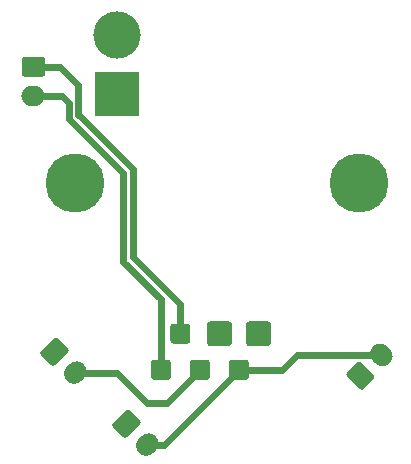
<source format=gbr>
G04 #@! TF.GenerationSoftware,KiCad,Pcbnew,(5.1.6)-1*
G04 #@! TF.CreationDate,2020-11-03T23:41:07+03:00*
G04 #@! TF.ProjectId,UlTi_head_connector,556c5469-5f68-4656-9164-5f636f6e6e65,rev?*
G04 #@! TF.SameCoordinates,Original*
G04 #@! TF.FileFunction,Copper,L2,Bot*
G04 #@! TF.FilePolarity,Positive*
%FSLAX46Y46*%
G04 Gerber Fmt 4.6, Leading zero omitted, Abs format (unit mm)*
G04 Created by KiCad (PCBNEW (5.1.6)-1) date 2020-11-03 23:41:07*
%MOMM*%
%LPD*%
G01*
G04 APERTURE LIST*
G04 #@! TA.AperFunction,ComponentPad*
%ADD10O,2.000000X1.700000*%
G04 #@! TD*
G04 #@! TA.AperFunction,ComponentPad*
%ADD11C,4.000000*%
G04 #@! TD*
G04 #@! TA.AperFunction,ComponentPad*
%ADD12R,3.800000X3.800000*%
G04 #@! TD*
G04 #@! TA.AperFunction,ViaPad*
%ADD13C,5.000000*%
G04 #@! TD*
G04 #@! TA.AperFunction,Conductor*
%ADD14C,0.600000*%
G04 #@! TD*
G04 APERTURE END LIST*
G04 #@! TA.AperFunction,ComponentPad*
G36*
G01*
X122648000Y-67094000D02*
X122648000Y-65494000D01*
G75*
G02*
X122898000Y-65244000I250000J0D01*
G01*
X124498000Y-65244000D01*
G75*
G02*
X124748000Y-65494000I0J-250000D01*
G01*
X124748000Y-67094000D01*
G75*
G02*
X124498000Y-67344000I-250000J0D01*
G01*
X122898000Y-67344000D01*
G75*
G02*
X122648000Y-67094000I0J250000D01*
G01*
G37*
G04 #@! TD.AperFunction*
G04 #@! TA.AperFunction,ComponentPad*
G36*
G01*
X119346000Y-67094000D02*
X119346000Y-65494000D01*
G75*
G02*
X119596000Y-65244000I250000J0D01*
G01*
X121196000Y-65244000D01*
G75*
G02*
X121446000Y-65494000I0J-250000D01*
G01*
X121446000Y-67094000D01*
G75*
G02*
X121196000Y-67344000I-250000J0D01*
G01*
X119596000Y-67344000D01*
G75*
G02*
X119346000Y-67094000I0J250000D01*
G01*
G37*
G04 #@! TD.AperFunction*
G04 #@! TA.AperFunction,ComponentPad*
G36*
G01*
X113582660Y-75186792D02*
X113794792Y-74974660D01*
G75*
G02*
X114996874Y-74974660I601041J-601041D01*
G01*
X114996874Y-74974660D01*
G75*
G02*
X114996874Y-76176742I-601041J-601041D01*
G01*
X114784742Y-76388874D01*
G75*
G02*
X113582660Y-76388874I-601041J601041D01*
G01*
X113582660Y-76388874D01*
G75*
G02*
X113582660Y-75186792I601041J601041D01*
G01*
G37*
G04 #@! TD.AperFunction*
G04 #@! TA.AperFunction,ComponentPad*
G36*
G01*
X111390629Y-73843289D02*
X112451289Y-72782629D01*
G75*
G02*
X112804843Y-72782629I176777J-176777D01*
G01*
X113653371Y-73631157D01*
G75*
G02*
X113653371Y-73984711I-176777J-176777D01*
G01*
X112592711Y-75045371D01*
G75*
G02*
X112239157Y-75045371I-176777J176777D01*
G01*
X111390629Y-74196843D01*
G75*
G02*
X111390629Y-73843289I176777J176777D01*
G01*
G37*
G04 #@! TD.AperFunction*
D10*
X104648000Y-46188000D03*
G04 #@! TA.AperFunction,ComponentPad*
G36*
G01*
X103898000Y-42838000D02*
X105398000Y-42838000D01*
G75*
G02*
X105648000Y-43088000I0J-250000D01*
G01*
X105648000Y-44288000D01*
G75*
G02*
X105398000Y-44538000I-250000J0D01*
G01*
X103898000Y-44538000D01*
G75*
G02*
X103648000Y-44288000I0J250000D01*
G01*
X103648000Y-43088000D01*
G75*
G02*
X103898000Y-42838000I250000J0D01*
G01*
G37*
G04 #@! TD.AperFunction*
G04 #@! TA.AperFunction,ComponentPad*
G36*
G01*
X133606792Y-68789340D02*
X133394660Y-68577208D01*
G75*
G02*
X133394660Y-67375126I601041J601041D01*
G01*
X133394660Y-67375126D01*
G75*
G02*
X134596742Y-67375126I601041J-601041D01*
G01*
X134808874Y-67587258D01*
G75*
G02*
X134808874Y-68789340I-601041J-601041D01*
G01*
X134808874Y-68789340D01*
G75*
G02*
X133606792Y-68789340I-601041J601041D01*
G01*
G37*
G04 #@! TD.AperFunction*
G04 #@! TA.AperFunction,ComponentPad*
G36*
G01*
X132263289Y-70981371D02*
X131202629Y-69920711D01*
G75*
G02*
X131202629Y-69567157I176777J176777D01*
G01*
X132051157Y-68718629D01*
G75*
G02*
X132404711Y-68718629I176777J-176777D01*
G01*
X133465371Y-69779289D01*
G75*
G02*
X133465371Y-70132843I-176777J-176777D01*
G01*
X132616843Y-70981371D01*
G75*
G02*
X132263289Y-70981371I-176777J176777D01*
G01*
G37*
G04 #@! TD.AperFunction*
G04 #@! TA.AperFunction,ComponentPad*
G36*
G01*
X107486660Y-69090792D02*
X107698792Y-68878660D01*
G75*
G02*
X108900874Y-68878660I601041J-601041D01*
G01*
X108900874Y-68878660D01*
G75*
G02*
X108900874Y-70080742I-601041J-601041D01*
G01*
X108688742Y-70292874D01*
G75*
G02*
X107486660Y-70292874I-601041J601041D01*
G01*
X107486660Y-70292874D01*
G75*
G02*
X107486660Y-69090792I601041J601041D01*
G01*
G37*
G04 #@! TD.AperFunction*
G04 #@! TA.AperFunction,ComponentPad*
G36*
G01*
X105294629Y-67747289D02*
X106355289Y-66686629D01*
G75*
G02*
X106708843Y-66686629I176777J-176777D01*
G01*
X107557371Y-67535157D01*
G75*
G02*
X107557371Y-67888711I-176777J-176777D01*
G01*
X106496711Y-68949371D01*
G75*
G02*
X106143157Y-68949371I-176777J176777D01*
G01*
X105294629Y-68100843D01*
G75*
G02*
X105294629Y-67747289I176777J176777D01*
G01*
G37*
G04 #@! TD.AperFunction*
D11*
X111760000Y-40974000D03*
D12*
X111760000Y-45974000D03*
G04 #@! TA.AperFunction,ComponentPad*
G36*
G01*
X114593000Y-69942000D02*
X114593000Y-68742000D01*
G75*
G02*
X114843000Y-68492000I250000J0D01*
G01*
X116043000Y-68492000D01*
G75*
G02*
X116293000Y-68742000I0J-250000D01*
G01*
X116293000Y-69942000D01*
G75*
G02*
X116043000Y-70192000I-250000J0D01*
G01*
X114843000Y-70192000D01*
G75*
G02*
X114593000Y-69942000I0J250000D01*
G01*
G37*
G04 #@! TD.AperFunction*
G04 #@! TA.AperFunction,ComponentPad*
G36*
G01*
X116244000Y-66894000D02*
X116244000Y-65694000D01*
G75*
G02*
X116494000Y-65444000I250000J0D01*
G01*
X117694000Y-65444000D01*
G75*
G02*
X117944000Y-65694000I0J-250000D01*
G01*
X117944000Y-66894000D01*
G75*
G02*
X117694000Y-67144000I-250000J0D01*
G01*
X116494000Y-67144000D01*
G75*
G02*
X116244000Y-66894000I0J250000D01*
G01*
G37*
G04 #@! TD.AperFunction*
G04 #@! TA.AperFunction,ComponentPad*
G36*
G01*
X121197000Y-69942000D02*
X121197000Y-68742000D01*
G75*
G02*
X121447000Y-68492000I250000J0D01*
G01*
X122647000Y-68492000D01*
G75*
G02*
X122897000Y-68742000I0J-250000D01*
G01*
X122897000Y-69942000D01*
G75*
G02*
X122647000Y-70192000I-250000J0D01*
G01*
X121447000Y-70192000D01*
G75*
G02*
X121197000Y-69942000I0J250000D01*
G01*
G37*
G04 #@! TD.AperFunction*
G04 #@! TA.AperFunction,ComponentPad*
G36*
G01*
X117895000Y-69942000D02*
X117895000Y-68742000D01*
G75*
G02*
X118145000Y-68492000I250000J0D01*
G01*
X119345000Y-68492000D01*
G75*
G02*
X119595000Y-68742000I0J-250000D01*
G01*
X119595000Y-69942000D01*
G75*
G02*
X119345000Y-70192000I-250000J0D01*
G01*
X118145000Y-70192000D01*
G75*
G02*
X117895000Y-69942000I0J250000D01*
G01*
G37*
G04 #@! TD.AperFunction*
D13*
X108204000Y-53492400D03*
X132207000Y-53505100D03*
D14*
X108193767Y-69585767D02*
X111749767Y-69585767D01*
X111749767Y-69585767D02*
X114300000Y-72136000D01*
X115951000Y-72136000D02*
X118745000Y-69342000D01*
X114300000Y-72136000D02*
X115951000Y-72136000D01*
X134101767Y-68082233D02*
X126989767Y-68082233D01*
X125730000Y-69342000D02*
X122047000Y-69342000D01*
X126989767Y-68082233D02*
X125730000Y-69342000D01*
X115707233Y-75681767D02*
X122047000Y-69342000D01*
X114289767Y-75681767D02*
X115707233Y-75681767D01*
X117094000Y-63817500D02*
X117094000Y-66294000D01*
X113061116Y-59784616D02*
X117094000Y-63817500D01*
X108470700Y-47790100D02*
X113061116Y-52380516D01*
X113061116Y-52380516D02*
X113061116Y-59784616D01*
X108458000Y-47790100D02*
X108470700Y-47790100D01*
X108458000Y-45212000D02*
X108458000Y-47790100D01*
X106934000Y-43688000D02*
X108458000Y-45212000D01*
X104648000Y-43688000D02*
X106934000Y-43688000D01*
X107657990Y-46736000D02*
X107657990Y-48121474D01*
X104648000Y-46188000D02*
X107109990Y-46188000D01*
X107109990Y-46188000D02*
X107657990Y-46736000D01*
X109866616Y-50330100D02*
X109879316Y-50330100D01*
X107657990Y-48121474D02*
X109866616Y-50330100D01*
X112261108Y-60191108D02*
X115443000Y-63373000D01*
X112261108Y-52711892D02*
X112261108Y-60191108D01*
X109879316Y-50330100D02*
X112261108Y-52711892D01*
X115443000Y-63373000D02*
X115443000Y-69342000D01*
M02*

</source>
